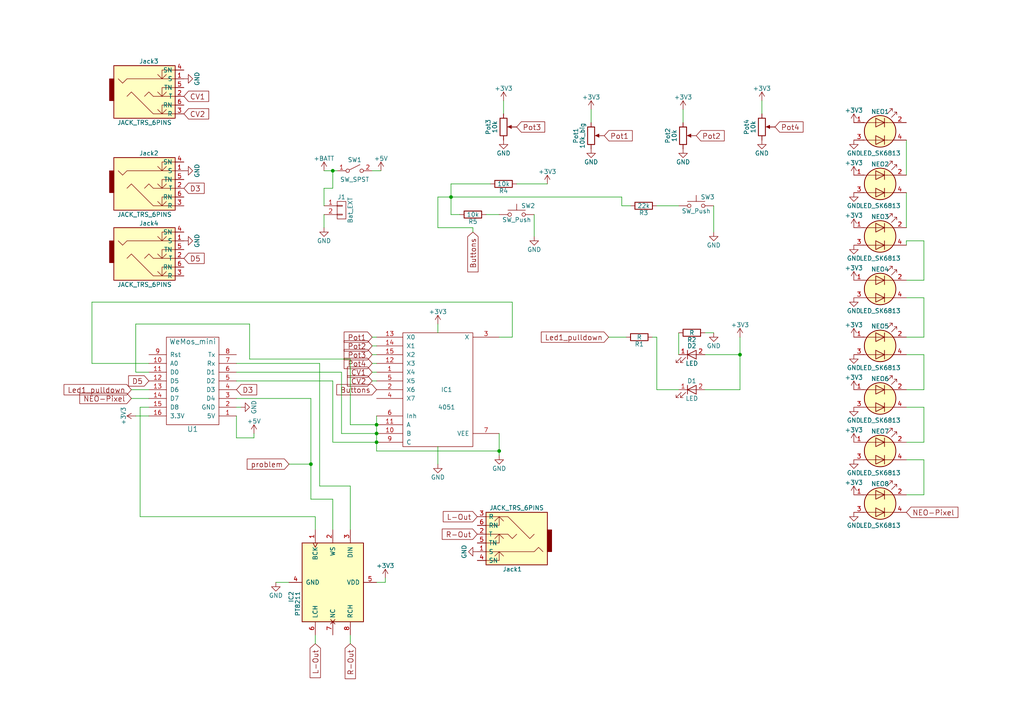
<source format=kicad_sch>
(kicad_sch (version 20230121) (generator eeschema)
  (paper "A4")
  (lib_symbols
    (symbol "ESPTINY86_Mixtape_version2-rescue:+3V3" (power) (pin_names (offset 0))
      (property "Value" "+3V3" (at 0 3.556 0))
      (symbol "+3V3_0_1"
        (polyline (pts (xy -0.762 1.27) (xy 0 2.54)))
        (polyline (pts (xy 0 0) (xy 0 2.54)))
        (polyline (pts (xy 0 2.54) (xy 0.762 1.27)))
      )
      (symbol "+3V3_1_1"
        (pin power_in line (at 0 0 90) (length 0) hide (name "+3V3") (number "1"))
      )
    )
    (symbol "ESPTINY86_Mixtape_version2-rescue:+5V" (power) (pin_names (offset 0))
      (property "Value" "+5V" (at 0 3.556 0))
      (symbol "+5V_0_1"
        (polyline (pts (xy -0.762 1.27) (xy 0 2.54)))
        (polyline (pts (xy 0 0) (xy 0 2.54)))
        (polyline (pts (xy 0 2.54) (xy 0.762 1.27)))
      )
      (symbol "+5V_1_1"
        (pin power_in line (at 0 0 90) (length 0) hide (name "+5V") (number "1"))
      )
    )
    (symbol "ESPTINY86_Mixtape_version2-rescue:+BATT" (power) (pin_names (offset 0))
      (property "Value" "+BATT" (at 0 3.556 0))
      (symbol "+BATT_0_1"
        (polyline (pts (xy -0.762 1.27) (xy 0 2.54)))
        (polyline (pts (xy 0 0) (xy 0 2.54)))
        (polyline (pts (xy 0 2.54) (xy 0.762 1.27)))
      )
      (symbol "+BATT_1_1"
        (pin power_in line (at 0 0 90) (length 0) hide (name "+BATT") (number "1"))
      )
    )
    (symbol "ESPTINY86_Mixtape_version2-rescue:4051" (pin_names (offset 1.016))
      (property "Reference" "U" (at 2.54 0 0))
      (property "Value" "4051" (at 2.54 -5.08 0))
      (symbol "4051_0_0"
        (pin power_in line (at 0 16.51 270) (length 0) hide (name "VDD") (number "16"))
        (pin power_in line (at 0 -16.51 90) (length 0) hide (name "VSS") (number "8"))
      )
      (symbol "4051_0_1"
        (rectangle (start -10.16 16.51) (end 10.16 -16.51))
      )
      (symbol "4051_1_1"
        (pin passive line (at -17.78 5.08 0) (length 7.62) (name "X4") (number "1"))
        (pin input line (at -17.78 -12.7 0) (length 7.62) (name "B") (number "10"))
        (pin input line (at -17.78 -10.16 0) (length 7.62) (name "A") (number "11"))
        (pin passive line (at -17.78 7.62 0) (length 7.62) (name "X3") (number "12"))
        (pin passive line (at -17.78 15.24 0) (length 7.62) (name "X0") (number "13"))
        (pin passive line (at -17.78 12.7 0) (length 7.62) (name "X1") (number "14"))
        (pin passive line (at -17.78 10.16 0) (length 7.62) (name "X2") (number "15"))
        (pin passive line (at -17.78 0 0) (length 7.62) (name "X6") (number "2"))
        (pin passive line (at 17.78 15.24 180) (length 7.62) (name "X") (number "3"))
        (pin passive line (at -17.78 -2.54 0) (length 7.62) (name "X7") (number "4"))
        (pin passive line (at -17.78 2.54 0) (length 7.62) (name "X5") (number "5"))
        (pin input line (at -17.78 -7.62 0) (length 7.62) (name "Inh") (number "6"))
        (pin power_in line (at 17.78 -12.7 180) (length 7.62) (name "VEE") (number "7"))
        (pin input line (at -17.78 -15.24 0) (length 7.62) (name "C") (number "9"))
      )
    )
    (symbol "ESPTINY86_Mixtape_version2-rescue:CONN_01X02" (pin_names (offset 1.016) hide)
      (property "Reference" "J" (at 0 3.81 0))
      (property "Value" "CONN_01X02" (at 2.54 0 90))
      (symbol "CONN_01X02_0_1"
        (rectangle (start -1.27 -1.143) (end 0.254 -1.397))
        (rectangle (start -1.27 1.397) (end 0.254 1.143))
        (rectangle (start -1.27 2.54) (end 1.27 -2.54))
      )
      (symbol "CONN_01X02_1_1"
        (pin passive line (at -5.08 1.27 0) (length 3.81) (name "P1") (number "1"))
        (pin passive line (at -5.08 -1.27 0) (length 3.81) (name "P2") (number "2"))
      )
    )
    (symbol "ESPTINY86_Mixtape_version2-rescue:GND" (power) (pin_names (offset 0))
      (property "Value" "GND" (at 0 -3.81 0))
      (symbol "GND_0_1"
        (polyline (pts (xy 0 0) (xy 0 -1.27) (xy 1.27 -1.27) (xy 0 -2.54) (xy -1.27 -1.27) (xy 0 -1.27)))
      )
      (symbol "GND_1_1"
        (pin power_in line (at 0 0 270) (length 0) hide (name "GND") (number "1"))
      )
    )
    (symbol "ESPTINY86_Mixtape_version2-rescue:JACK_TRS_6PINS" (pin_names (offset 0.762))
      (property "Reference" "J" (at 0 10.16 0))
      (property "Value" "JACK_TRS_6PINS" (at -1.27 -7.62 0))
      (symbol "JACK_TRS_6PINS_0_0"
        (polyline (pts (xy 3.81 -5.08) (xy 3.81 -2.54) (xy 7.62 -2.54)))
        (polyline (pts (xy 3.81 0) (xy 3.81 2.54) (xy 7.62 2.54)))
        (polyline (pts (xy 3.81 5.08) (xy 3.81 7.62) (xy 7.62 7.62)))
        (polyline (pts (xy -8.89 5.08) (xy -7.62 3.81) (xy -6.35 5.08) (xy 7.62 5.08)))
        (polyline (pts (xy -6.35 0) (xy -5.08 1.27) (xy 1.27 -5.08) (xy 7.62 -5.08)))
      )
      (symbol "JACK_TRS_6PINS_0_1"
        (rectangle (start -11.43 5.08) (end -10.16 -1.27) (fill (type outline)))
        (polyline (pts (xy 1.27 0) (xy 7.62 0)))
        (polyline (pts (xy 1.27 0) (xy 0 1.27) (xy -1.27 0) (xy -1.27 0)))
        (polyline (pts (xy 2.54 -3.81) (xy 3.81 -5.08) (xy 5.08 -3.81) (xy 5.08 -3.81)))
        (polyline (pts (xy 2.54 1.27) (xy 3.81 0) (xy 5.08 1.27) (xy 5.08 1.27)))
        (polyline (pts (xy 2.54 6.35) (xy 3.81 5.08) (xy 5.08 6.35) (xy 5.08 6.35)))
        (rectangle (start 7.62 -6.35) (end -10.16 8.89) (stroke (width 0.254)) (fill (type background)))
      )
      (symbol "JACK_TRS_6PINS_1_1"
        (pin passive line (at 10.16 5.08 180) (length 2.54) (name "S") (number "1"))
        (pin passive line (at 10.16 0 180) (length 2.54) (name "T") (number "2"))
        (pin passive line (at 10.16 -5.08 180) (length 2.54) (name "R") (number "3"))
        (pin passive line (at 10.16 7.62 180) (length 2.54) (name "SN") (number "4"))
        (pin passive line (at 10.16 2.54 180) (length 2.54) (name "TN") (number "5"))
        (pin passive line (at 10.16 -2.54 180) (length 2.54) (name "RN") (number "6"))
      )
    )
    (symbol "ESPTINY86_Mixtape_version2-rescue:LED" (pin_names (offset 1.016) hide)
      (property "Reference" "D" (at 0 2.54 0))
      (property "Value" "LED" (at 0 -2.54 0))
      (symbol "LED_0_1"
        (polyline (pts (xy -1.27 -1.27) (xy -1.27 1.27)) (stroke (width 0.2032)))
        (polyline (pts (xy -1.27 0) (xy 1.27 0)))
        (polyline (pts (xy 1.27 -1.27) (xy 1.27 1.27) (xy -1.27 0) (xy 1.27 -1.27)) (stroke (width 0.2032)))
        (polyline (pts (xy -3.048 -0.762) (xy -4.572 -2.286) (xy -3.81 -2.286) (xy -4.572 -2.286) (xy -4.572 -1.524)))
        (polyline (pts (xy -1.778 -0.762) (xy -3.302 -2.286) (xy -2.54 -2.286) (xy -3.302 -2.286) (xy -3.302 -1.524)))
      )
      (symbol "LED_1_1"
        (pin passive line (at -3.81 0 0) (length 2.54) (name "K") (number "1"))
        (pin passive line (at 3.81 0 180) (length 2.54) (name "A") (number "2"))
      )
    )
    (symbol "ESPTINY86_Mixtape_version2-rescue:LED_Dual_ACAC" (pin_names (offset 0) hide)
      (property "Reference" "D" (at 0 5.715 0))
      (property "Value" "LED_Dual_ACAC" (at 0 -6.35 0))
      (symbol "LED_Dual_ACAC_0_1"
        (polyline (pts (xy -5.08 -2.54) (xy 2.032 -2.54)))
        (polyline (pts (xy -5.08 2.54) (xy 2.032 2.54)))
        (polyline (pts (xy 1.27 -1.27) (xy 1.27 -3.81)) (stroke (width 0.2032)))
        (polyline (pts (xy 1.27 3.81) (xy 1.27 1.27)) (stroke (width 0.2032)))
        (polyline (pts (xy 3.81 -2.54) (xy 1.905 -2.54)))
        (polyline (pts (xy 3.81 2.54) (xy 1.905 2.54)))
        (polyline (pts (xy -1.27 -1.27) (xy -1.27 -3.81) (xy 1.27 -2.54) (xy -1.27 -1.27)) (stroke (width 0.2032)))
        (polyline (pts (xy -1.27 3.81) (xy -1.27 1.27) (xy 1.27 2.54) (xy -1.27 3.81)) (stroke (width 0.2032)))
        (polyline (pts (xy 2.032 5.08) (xy 3.556 6.604) (xy 2.794 6.604) (xy 3.556 6.604) (xy 3.556 5.842)))
        (polyline (pts (xy 3.302 4.064) (xy 4.826 5.588) (xy 4.064 5.588) (xy 4.826 5.588) (xy 4.826 4.826)))
        (circle (center 0 0) (radius 4.572) (stroke (width 0.254)) (fill (type background)))
      )
      (symbol "LED_Dual_ACAC_1_1"
        (pin input line (at -7.62 2.54 0) (length 3.048) (name "A1") (number "1"))
        (pin input line (at 7.62 2.54 180) (length 3.81) (name "K1") (number "2"))
        (pin input line (at -7.62 -2.54 0) (length 3.048) (name "A2") (number "3"))
        (pin input line (at 7.62 -2.54 180) (length 3.81) (name "K2") (number "4"))
      )
    )
    (symbol "ESPTINY86_Mixtape_version2-rescue:POT" (pin_numbers hide) (pin_names (offset 1.016) hide)
      (property "Reference" "RV" (at -4.445 0 90))
      (property "Value" "POT" (at -2.54 0 90))
      (symbol "POT_0_1"
        (polyline (pts (xy 2.54 0) (xy 1.524 0)))
        (polyline (pts (xy 1.143 0) (xy 2.286 0.508) (xy 2.286 -0.508)) (fill (type outline)))
        (rectangle (start 1.016 2.54) (end -1.016 -2.54) (stroke (width 0.254)))
      )
      (symbol "POT_1_1"
        (pin passive line (at 0 3.81 270) (length 1.27) (name "1") (number "1"))
        (pin passive line (at 3.81 0 180) (length 1.27) (name "2") (number "2"))
        (pin passive line (at 0 -3.81 90) (length 1.27) (name "3") (number "3"))
      )
    )
    (symbol "ESPTINY86_Mixtape_version2-rescue:PT8211" (pin_names (offset 1.016))
      (property "Reference" "U" (at -2.54 12.065 0))
      (property "Value" "PT8211" (at -2.54 10.16 0))
      (symbol "PT8211_0_1"
        (rectangle (start -11.43 8.89) (end 11.43 -8.89) (stroke (width 0.254)) (fill (type background)))
      )
      (symbol "PT8211_1_1"
        (pin output clock (at 15.24 5.08 180) (length 3.81) (name "BCK") (number "1"))
        (pin input line (at 15.24 0 180) (length 3.81) (name "WS") (number "2"))
        (pin input line (at 15.24 -5.08 180) (length 3.81) (name "DIN") (number "3"))
        (pin power_in line (at 0 12.7 270) (length 3.81) (name "GND") (number "4"))
        (pin power_in line (at 0 -12.7 90) (length 3.81) (name "VDD") (number "5"))
        (pin input line (at -15.24 5.08 0) (length 3.81) (name "LCH") (number "6"))
        (pin input non_logic (at -15.24 0 0) (length 3.81) (name "NC") (number "7"))
        (pin input line (at -15.24 -5.08 0) (length 3.81) (name "RCH") (number "8"))
      )
    )
    (symbol "ESPTINY86_Mixtape_version2-rescue:R" (pin_numbers hide) (pin_names (offset 0))
      (property "Reference" "R" (at 2.032 0 90))
      (property "Value" "R" (at 0 0 90))
      (symbol "R_0_1"
        (rectangle (start -1.016 -2.54) (end 1.016 2.54) (stroke (width 0.254)))
      )
      (symbol "R_1_1"
        (pin passive line (at 0 3.81 270) (length 1.27) (name "~") (number "1"))
        (pin passive line (at 0 -3.81 90) (length 1.27) (name "~") (number "2"))
      )
    )
    (symbol "ESPTINY86_Mixtape_version2-rescue:SW_Push" (pin_numbers hide) (pin_names (offset 1.016) hide)
      (property "Reference" "SW" (at 1.27 2.54 0))
      (property "Value" "SW_Push" (at 0 -1.524 0))
      (symbol "SW_Push_0_1"
        (circle (center -2.032 0) (radius 0.508))
        (polyline (pts (xy 0 1.27) (xy 0 3.048)))
        (polyline (pts (xy 2.54 1.27) (xy -2.54 1.27)))
        (circle (center 2.032 0) (radius 0.508))
        (pin passive line (at -5.08 0 0) (length 2.54) (name "1") (number "1"))
        (pin passive line (at 5.08 0 180) (length 2.54) (name "2") (number "2"))
      )
    )
    (symbol "ESPTINY86_Mixtape_version2-rescue:SW_SPST" (pin_names (offset 0) hide)
      (property "Reference" "SW" (at 0 3.175 0))
      (property "Value" "SW_SPST" (at 0 -2.54 0))
      (symbol "SW_SPST_0_0"
        (circle (center -2.032 0) (radius 0.508))
        (polyline (pts (xy -1.524 0.254) (xy 1.524 1.778)))
        (circle (center 2.032 0) (radius 0.508))
      )
      (symbol "SW_SPST_1_1"
        (pin input line (at -5.08 0 0) (length 2.54) (name "A") (number "1"))
        (pin input line (at 5.08 0 180) (length 2.54) (name "B") (number "2"))
      )
    )
    (symbol "wemos_mini:WeMos_mini" (pin_names (offset 1.016))
      (property "Reference" "U" (at 0 12.7 0))
      (property "Value" "WeMos_mini" (at 0 -12.7 0))
      (property "Datasheet" "http://www.wemos.cc/Products/d1_mini.html" (at 13.97 -17.78 0))
      (symbol "WeMos_mini_0_1"
        (rectangle (start -7.62 11.43) (end 7.62 -13.97))
      )
      (symbol "WeMos_mini_1_1"
        (pin power_in line (at -12.7 8.89 0) (length 5.08) (name "5V") (number "1"))
        (pin bidirectional line (at 12.7 -6.35 180) (length 5.08) (name "A0") (number "10"))
        (pin bidirectional line (at 12.7 -3.81 180) (length 5.08) (name "D0") (number "11"))
        (pin bidirectional line (at 12.7 -1.27 180) (length 5.08) (name "D5") (number "12"))
        (pin bidirectional line (at 12.7 1.27 180) (length 5.08) (name "D6") (number "13"))
        (pin bidirectional line (at 12.7 3.81 180) (length 5.08) (name "D7") (number "14"))
        (pin bidirectional line (at 12.7 6.35 180) (length 5.08) (name "D8") (number "15"))
        (pin power_out line (at 12.7 8.89 180) (length 5.08) (name "3.3V") (number "16"))
        (pin power_in line (at -12.7 6.35 0) (length 5.08) (name "GND") (number "2"))
        (pin bidirectional line (at -12.7 3.81 0) (length 5.08) (name "D4") (number "3"))
        (pin bidirectional line (at -12.7 1.27 0) (length 5.08) (name "D3") (number "4"))
        (pin bidirectional line (at -12.7 -1.27 0) (length 5.08) (name "D2") (number "5"))
        (pin bidirectional line (at -12.7 -3.81 0) (length 5.08) (name "D1") (number "6"))
        (pin bidirectional line (at -12.7 -6.35 0) (length 5.08) (name "Rx") (number "7"))
        (pin bidirectional line (at -12.7 -8.89 0) (length 5.08) (name "Tx") (number "8"))
        (pin bidirectional line (at 12.7 -8.89 180) (length 5.08) (name "Rst") (number "9"))
      )
    )
  )
  (junction (at 109.22 125.73))
  (junction (at 96.52 49.53))
  (junction (at 144.78 130.81))
  (junction (at 214.63 102.87))
  (junction (at 130.81 57.15))
  (junction (at 90.17 134.62))
  (junction (at 109.22 128.27))
  (junction (at 109.22 123.19))
  (wire (pts (xy 214.63 113.03) (xy 204.47 113.03)))
  (wire (pts (xy 127 96.52) (xy 127 93.98)))
  (wire (pts (xy 144.78 62.23) (xy 140.97 62.23)))
  (wire (pts (xy 109.22 102.87) (xy 107.95 102.87)))
  (wire (pts (xy 198.12 31.75) (xy 198.12 35.56)))
  (wire (pts (xy 38.1 115.57) (xy 43.18 115.57)))
  (wire (pts (xy 144.78 130.81) (xy 144.78 132.08)))
  (wire (pts (xy 180.34 57.15) (xy 180.34 59.69)))
  (wire (pts (xy 83.82 168.91) (xy 80.01 168.91)))
  (wire (pts (xy 144.78 125.73) (xy 144.78 130.81)))
  (wire (pts (xy 171.45 31.75) (xy 171.45 35.56)))
  (wire (pts (xy 267.97 133.35) (xy 262.89 133.35)))
  (wire (pts (xy 107.95 49.53) (xy 110.49 49.53)))
  (wire (pts (xy 262.89 128.27) (xy 267.97 128.27)))
  (wire (pts (xy 109.22 100.33) (xy 107.95 100.33)))
  (wire (pts (xy 267.97 69.85) (xy 262.89 69.85)))
  (wire (pts (xy 127 57.15) (xy 130.81 57.15)))
  (wire (pts (xy 68.58 120.65) (xy 68.58 127)))
  (wire (pts (xy 154.94 62.23) (xy 154.94 68.58)))
  (wire (pts (xy 109.22 125.73) (xy 99.06 125.73)))
  (wire (pts (xy 101.6 123.19) (xy 101.6 104.14)))
  (wire (pts (xy 72.39 104.14) (xy 72.39 93.98)))
  (wire (pts (xy 262.89 113.03) (xy 267.97 113.03)))
  (wire (pts (xy 267.97 81.28) (xy 267.97 69.85)))
  (wire (pts (xy 144.78 97.79) (xy 148.59 97.79)))
  (wire (pts (xy 93.98 54.61) (xy 96.52 54.61)))
  (wire (pts (xy 267.97 86.36) (xy 262.89 86.36)))
  (wire (pts (xy 68.58 118.11) (xy 69.85 118.11)))
  (wire (pts (xy 68.58 110.49) (xy 96.52 110.49)))
  (wire (pts (xy 40.64 118.11) (xy 40.64 149.86)))
  (wire (pts (xy 72.39 93.98) (xy 39.37 93.98)))
  (wire (pts (xy 196.85 102.87) (xy 196.85 96.52)))
  (wire (pts (xy 190.5 97.79) (xy 189.23 97.79)))
  (wire (pts (xy 39.37 93.98) (xy 39.37 107.95)))
  (wire (pts (xy 267.97 143.51) (xy 267.97 133.35)))
  (wire (pts (xy 83.82 134.62) (xy 90.17 134.62)))
  (wire (pts (xy 96.52 54.61) (xy 96.52 49.53)))
  (wire (pts (xy 109.22 168.91) (xy 111.76 168.91)))
  (wire (pts (xy 26.67 105.41) (xy 43.18 105.41)))
  (wire (pts (xy 181.61 97.79) (xy 176.53 97.79)))
  (wire (pts (xy 127 134.62) (xy 127 129.54)))
  (wire (pts (xy 190.5 59.69) (xy 196.85 59.69)))
  (wire (pts (xy 43.18 120.65) (xy 39.37 120.65)))
  (wire (pts (xy 90.17 115.57) (xy 90.17 134.62)))
  (wire (pts (xy 107.95 107.95) (xy 109.22 107.95)))
  (wire (pts (xy 96.52 128.27) (xy 96.52 110.49)))
  (wire (pts (xy 180.34 59.69) (xy 182.88 59.69)))
  (wire (pts (xy 91.44 149.86) (xy 40.64 149.86)))
  (wire (pts (xy 130.81 53.34) (xy 142.24 53.34)))
  (wire (pts (xy 109.22 123.19) (xy 101.6 123.19)))
  (wire (pts (xy 109.22 105.41) (xy 107.95 105.41)))
  (wire (pts (xy 93.98 62.23) (xy 93.98 66.04)))
  (wire (pts (xy 93.98 49.53) (xy 96.52 49.53)))
  (wire (pts (xy 101.6 184.15) (xy 101.6 186.69)))
  (wire (pts (xy 92.71 140.97) (xy 92.71 105.41)))
  (wire (pts (xy 68.58 115.57) (xy 90.17 115.57)))
  (wire (pts (xy 267.97 118.11) (xy 262.89 118.11)))
  (wire (pts (xy 68.58 107.95) (xy 99.06 107.95)))
  (wire (pts (xy 68.58 105.41) (xy 92.71 105.41)))
  (wire (pts (xy 262.89 40.64) (xy 262.89 50.8)))
  (wire (pts (xy 96.52 144.78) (xy 90.17 144.78)))
  (wire (pts (xy 267.97 102.87) (xy 262.89 102.87)))
  (wire (pts (xy 220.98 29.21) (xy 220.98 33.02)))
  (wire (pts (xy 267.97 128.27) (xy 267.97 118.11)))
  (wire (pts (xy 130.81 57.15) (xy 180.34 57.15)))
  (wire (pts (xy 96.52 49.53) (xy 97.79 49.53)))
  (wire (pts (xy 109.22 125.73) (xy 109.22 128.27)))
  (wire (pts (xy 148.59 87.63) (xy 26.67 87.63)))
  (wire (pts (xy 109.22 128.27) (xy 96.52 128.27)))
  (wire (pts (xy 101.6 153.67) (xy 101.6 140.97)))
  (wire (pts (xy 39.37 107.95) (xy 43.18 107.95)))
  (wire (pts (xy 127 66.04) (xy 127 57.15)))
  (wire (pts (xy 267.97 97.79) (xy 267.97 86.36)))
  (wire (pts (xy 130.81 53.34) (xy 130.81 57.15)))
  (wire (pts (xy 262.89 97.79) (xy 267.97 97.79)))
  (wire (pts (xy 214.63 102.87) (xy 214.63 113.03)))
  (wire (pts (xy 207.01 59.69) (xy 207.01 67.31)))
  (wire (pts (xy 204.47 102.87) (xy 214.63 102.87)))
  (wire (pts (xy 109.22 128.27) (xy 109.22 130.81)))
  (wire (pts (xy 262.89 66.04) (xy 262.89 55.88)))
  (wire (pts (xy 148.59 97.79) (xy 148.59 87.63)))
  (wire (pts (xy 40.64 118.11) (xy 43.18 118.11)))
  (wire (pts (xy 43.18 113.03) (xy 38.1 113.03)))
  (wire (pts (xy 109.22 130.81) (xy 144.78 130.81)))
  (wire (pts (xy 109.22 120.65) (xy 109.22 123.19)))
  (wire (pts (xy 262.89 81.28) (xy 267.97 81.28)))
  (wire (pts (xy 137.16 66.04) (xy 127 66.04)))
  (wire (pts (xy 111.76 168.91) (xy 111.76 167.64)))
  (wire (pts (xy 262.89 143.51) (xy 267.97 143.51)))
  (wire (pts (xy 149.86 53.34) (xy 158.75 53.34)))
  (wire (pts (xy 130.81 62.23) (xy 133.35 62.23)))
  (wire (pts (xy 137.16 66.04) (xy 137.16 67.31)))
  (wire (pts (xy 267.97 113.03) (xy 267.97 102.87)))
  (wire (pts (xy 109.22 97.79) (xy 107.95 97.79)))
  (wire (pts (xy 96.52 153.67) (xy 96.52 144.78)))
  (wire (pts (xy 107.95 110.49) (xy 109.22 110.49)))
  (wire (pts (xy 73.66 127) (xy 73.66 125.73)))
  (wire (pts (xy 130.81 57.15) (xy 130.81 62.23)))
  (wire (pts (xy 26.67 87.63) (xy 26.67 105.41)))
  (wire (pts (xy 99.06 125.73) (xy 99.06 107.95)))
  (wire (pts (xy 146.05 29.21) (xy 146.05 33.02)))
  (wire (pts (xy 214.63 97.79) (xy 214.63 102.87)))
  (wire (pts (xy 101.6 140.97) (xy 92.71 140.97)))
  (wire (pts (xy 68.58 127) (xy 73.66 127)))
  (wire (pts (xy 90.17 134.62) (xy 90.17 144.78)))
  (wire (pts (xy 91.44 153.67) (xy 91.44 149.86)))
  (wire (pts (xy 101.6 104.14) (xy 72.39 104.14)))
  (wire (pts (xy 91.44 184.15) (xy 91.44 186.69)))
  (wire (pts (xy 262.89 69.85) (xy 262.89 71.12)))
  (wire (pts (xy 196.85 113.03) (xy 190.5 113.03)))
  (wire (pts (xy 207.01 96.52) (xy 204.47 96.52)))
  (wire (pts (xy 109.22 123.19) (xy 109.22 125.73)))
  (wire (pts (xy 190.5 113.03) (xy 190.5 97.79)))
  (wire (pts (xy 93.98 59.69) (xy 93.98 54.61)))
  (global_label "Led1_pulldown" (shape input) (at 176.53 97.79 180) (effects (font (size 1.524 1.524))) (property "Intersheetrefs" "${INTERSHEET_REFS}" (effects hide)))
  (global_label "CV2" (shape input) (at 107.95 110.49 180) (effects (font (size 1.524 1.524))) (property "Intersheetrefs" "${INTERSHEET_REFS}" (effects hide)))
  (global_label "Pot1" (shape input) (at 175.26 39.37 0) (effects (font (size 1.524 1.524))) (property "Intersheetrefs" "${INTERSHEET_REFS}" (effects hide)))
  (global_label "R-Out" (shape input) (at 138.43 154.94 180) (effects (font (size 1.524 1.524))) (property "Intersheetrefs" "${INTERSHEET_REFS}" (effects hide)))
  (global_label "Pot2" (shape input) (at 107.95 100.33 180) (effects (font (size 1.524 1.524))) (property "Intersheetrefs" "${INTERSHEET_REFS}" (effects hide)))
  (global_label "NEO-Pixel" (shape input) (at 38.1 115.57 180) (effects (font (size 1.524 1.524))) (property "Intersheetrefs" "${INTERSHEET_REFS}" (effects hide)))
  (global_label "Pot4" (shape input) (at 224.79 36.83 0) (effects (font (size 1.524 1.524))) (property "Intersheetrefs" "${INTERSHEET_REFS}" (effects hide)))
  (global_label "Pot2" (shape input) (at 201.93 39.37 0) (effects (font (size 1.524 1.524))) (property "Intersheetrefs" "${INTERSHEET_REFS}" (effects hide)))
  (global_label "Led1_pulldown" (shape input) (at 38.1 113.03 180) (effects (font (size 1.524 1.524))) (property "Intersheetrefs" "${INTERSHEET_REFS}" (effects hide)))
  (global_label "Buttons" (shape input) (at 109.22 113.03 180) (effects (font (size 1.524 1.524))) (property "Intersheetrefs" "${INTERSHEET_REFS}" (effects hide)))
  (global_label "CV1" (shape input) (at 53.34 27.94 0) (effects (font (size 1.524 1.524))) (property "Intersheetrefs" "${INTERSHEET_REFS}" (effects hide)))
  (global_label "Pot4" (shape input) (at 107.95 105.41 180) (effects (font (size 1.524 1.524))) (property "Intersheetrefs" "${INTERSHEET_REFS}" (effects hide)))
  (global_label "Pot1" (shape input) (at 107.95 97.79 180) (effects (font (size 1.524 1.524))) (property "Intersheetrefs" "${INTERSHEET_REFS}" (effects hide)))
  (global_label "CV2" (shape input) (at 53.34 33.02 0) (effects (font (size 1.524 1.524))) (property "Intersheetrefs" "${INTERSHEET_REFS}" (effects hide)))
  (global_label "L-Out" (shape input) (at 91.44 186.69 270) (effects (font (size 1.524 1.524))) (property "Intersheetrefs" "${INTERSHEET_REFS}" (effects hide)))
  (global_label "L-Out" (shape input) (at 138.43 149.86 180) (effects (font (size 1.524 1.524))) (property "Intersheetrefs" "${INTERSHEET_REFS}" (effects hide)))
  (global_label "problem" (shape input) (at 83.82 134.62 180) (effects (font (size 1.524 1.524))) (property "Intersheetrefs" "${INTERSHEET_REFS}" (effects hide)))
  (global_label "D3" (shape input) (at 53.34 54.61 0) (effects (font (size 1.524 1.524))) (property "Intersheetrefs" "${INTERSHEET_REFS}" (effects hide)))
  (global_label "Pot3" (shape input) (at 149.86 36.83 0) (effects (font (size 1.524 1.524))) (property "Intersheetrefs" "${INTERSHEET_REFS}" (effects hide)))
  (global_label "D5" (shape input) (at 43.18 110.49 180) (effects (font (size 1.524 1.524))) (property "Intersheetrefs" "${INTERSHEET_REFS}" (effects hide)))
  (global_label "NEO-Pixel" (shape input) (at 262.89 148.59 0) (effects (font (size 1.524 1.524))) (property "Intersheetrefs" "${INTERSHEET_REFS}" (effects hide)))
  (global_label "Pot3" (shape input) (at 107.95 102.87 180) (effects (font (size 1.524 1.524))) (property "Intersheetrefs" "${INTERSHEET_REFS}" (effects hide)))
  (global_label "D3" (shape input) (at 68.58 113.03 0) (effects (font (size 1.524 1.524))) (property "Intersheetrefs" "${INTERSHEET_REFS}" (effects hide)))
  (global_label "D5" (shape input) (at 53.34 74.93 0) (effects (font (size 1.524 1.524))) (property "Intersheetrefs" "${INTERSHEET_REFS}" (effects hide)))
  (global_label "CV1" (shape input) (at 107.95 107.95 180) (effects (font (size 1.524 1.524))) (property "Intersheetrefs" "${INTERSHEET_REFS}" (effects hide)))
  (global_label "R-Out" (shape input) (at 101.6 186.69 270) (effects (font (size 1.524 1.524))) (property "Intersheetrefs" "${INTERSHEET_REFS}" (effects hide)))
  (global_label "Buttons" (shape input) (at 137.16 67.31 270) (effects (font (size 1.524 1.524))) (property "Intersheetrefs" "${INTERSHEET_REFS}" (effects hide)))
  (symbol (lib_id "ESPTINY86_Mixtape_version2-rescue:JACK_TRS_6PINS") (at 148.59 154.94 180) (unit 1)
    (property "Reference" "Jack1" (at 148.59 165.1 0))
    (property "Value" "JACK_TRS_6PINS" (at 149.86 147.32 0))
    (property "Footprint" "ESPTINY86_MixtapePCB:AUDIO-Jack_3.5mm_5Pin" (effects hide))
  )
  (symbol (lib_id "ESPTINY86_Mixtape_version2-rescue:4051") (at 127 113.03 0) (unit 1)
    (property "Reference" "IC1" (at 129.54 113.03 0))
    (property "Value" "4051" (at 129.54 118.11 0))
    (property "Footprint" "ESPTINY86_MixtapePCB:4xxx_SOIC-16W_Pitch1.27mm" (effects hide))
  )
  (symbol (lib_id "ESPTINY86_Mixtape_version2-rescue:POT") (at 171.45 39.37 0) (unit 1)
    (property "Reference" "Pot1" (at 167.005 39.37 90))
    (property "Value" "10k_big" (at 168.91 39.37 90))
    (property "Footprint" "ESPTINY86_MixtapePCB:Potentiometer_Piher_T16L_Single_Horizontal_MountLS" (effects hide))
  )
  (symbol (lib_id "ESPTINY86_Mixtape_version2-rescue:POT") (at 198.12 39.37 0) (unit 1)
    (property "Reference" "Pot2" (at 193.675 39.37 90))
    (property "Value" "10k" (at 195.58 39.37 90))
    (property "Footprint" "ESPTINY86_MixtapePCB:Potentiometer_Piher_T16L_Single_Horizontal_MountLS" (effects hide))
  )
  (symbol (lib_id "ESPTINY86_Mixtape_version2-rescue:POT") (at 146.05 36.83 0) (unit 1)
    (property "Reference" "Pot3" (at 141.605 36.83 90))
    (property "Value" "10k" (at 143.51 36.83 90))
    (property "Footprint" "ESPTINY86_MixtapePCB:Potentiometer_wheel" (effects hide))
  )
  (symbol (lib_id "ESPTINY86_Mixtape_version2-rescue:POT") (at 220.98 36.83 0) (unit 1)
    (property "Reference" "Pot4" (at 216.535 36.83 90))
    (property "Value" "10k" (at 218.44 36.83 90))
    (property "Footprint" "ESPTINY86_MixtapePCB:Potentiometer_wheel" (effects hide))
  )
  (symbol (lib_id "ESPTINY86_Mixtape_version2-rescue:JACK_TRS_6PINS") (at 43.18 54.61 0) (unit 1)
    (property "Reference" "Jack2" (at 43.18 44.45 0))
    (property "Value" "JACK_TRS_6PINS" (at 41.91 62.23 0))
    (property "Footprint" "ESPTINY86_MixtapePCB:AUDIO-JACK-3.5mm_SMD" (effects hide))
  )
  (symbol (lib_id "ESPTINY86_Mixtape_version2-rescue:JACK_TRS_6PINS") (at 43.18 27.94 0) (unit 1)
    (property "Reference" "Jack3" (at 43.18 17.78 0))
    (property "Value" "JACK_TRS_6PINS" (at 41.91 35.56 0))
    (property "Footprint" "ESPTINY86_MixtapePCB:AUDIO-Jack_3.5mm_5Pin" (effects hide))
  )
  (symbol (lib_id "ESPTINY86_Mixtape_version2-rescue:SW_Push") (at 149.86 62.23 0) (unit 1)
    (property "Reference" "SW2" (at 151.13 59.69 0) (effects (justify left)))
    (property "Value" "SW_Push" (at 149.86 63.754 0))
    (property "Footprint" "ESPTINY86_MixtapePCB:SW_PUSH-12mm_3D" (effects hide))
  )
  (symbol (lib_id "ESPTINY86_Mixtape_version2-rescue:SW_Push") (at 201.93 59.69 0) (unit 1)
    (property "Reference" "SW3" (at 203.2 57.15 0) (effects (justify left)))
    (property "Value" "SW_Push" (at 201.93 61.214 0))
    (property "Footprint" "ESPTINY86_MixtapePCB:SW_PUSH-12mm_3D" (effects hide))
  )
  (symbol (lib_id "ESPTINY86_Mixtape_version2-rescue:R") (at 185.42 97.79 270) (unit 1)
    (property "Reference" "R1" (at 185.42 99.822 90))
    (property "Value" "R" (at 185.42 97.79 90))
    (property "Footprint" "ESPTINY86_MixtapePCB:R_1206_Mixtape" (effects hide))
  )
  (symbol (lib_id "ESPTINY86_Mixtape_version2-rescue:GND") (at 144.78 132.08 0) (unit 1)
    (property "Reference" "#PWR01" (effects hide))
    (property "Value" "GND" (at 144.78 135.89 0))
  )
  (symbol (lib_id "ESPTINY86_Mixtape_version2-rescue:+3V3") (at 198.12 31.75 0) (unit 1)
    (property "Reference" "#PWR02" (effects hide))
    (property "Value" "+3V3" (at 198.12 28.194 0))
  )
  (symbol (lib_id "ESPTINY86_Mixtape_version2-rescue:+3V3") (at 146.05 29.21 0) (unit 1)
    (property "Reference" "#PWR03" (effects hide))
    (property "Value" "+3V3" (at 146.05 25.654 0))
  )
  (symbol (lib_id "ESPTINY86_Mixtape_version2-rescue:+3V3") (at 220.98 29.21 0) (unit 1)
    (property "Reference" "#PWR04" (effects hide))
    (property "Value" "+3V3" (at 220.98 25.654 0))
  )
  (symbol (lib_id "ESPTINY86_Mixtape_version2-rescue:+3V3") (at 158.75 53.34 0) (unit 1)
    (property "Reference" "#PWR05" (effects hide))
    (property "Value" "+3V3" (at 158.75 49.784 0))
  )
  (symbol (lib_id "ESPTINY86_Mixtape_version2-rescue:GND") (at 198.12 43.18 0) (unit 1)
    (property "Reference" "#PWR06" (effects hide))
    (property "Value" "GND" (at 198.12 46.99 0))
  )
  (symbol (lib_id "ESPTINY86_Mixtape_version2-rescue:GND") (at 171.45 43.18 0) (unit 1)
    (property "Reference" "#PWR07" (effects hide))
    (property "Value" "GND" (at 171.45 46.99 0))
  )
  (symbol (lib_id "ESPTINY86_Mixtape_version2-rescue:GND") (at 220.98 40.64 0) (unit 1)
    (property "Reference" "#PWR08" (effects hide))
    (property "Value" "GND" (at 220.98 44.45 0))
  )
  (symbol (lib_id "ESPTINY86_Mixtape_version2-rescue:GND") (at 146.05 40.64 0) (unit 1)
    (property "Reference" "#PWR09" (effects hide))
    (property "Value" "GND" (at 146.05 44.45 0))
  )
  (symbol (lib_id "ESPTINY86_Mixtape_version2-rescue:+3V3") (at 214.63 97.79 0) (unit 1)
    (property "Reference" "#PWR010" (effects hide))
    (property "Value" "+3V3" (at 214.63 94.234 0))
  )
  (symbol (lib_id "ESPTINY86_Mixtape_version2-rescue:GND") (at 53.34 22.86 90) (unit 1)
    (property "Reference" "#PWR011" (effects hide))
    (property "Value" "GND" (at 57.15 22.86 0))
  )
  (symbol (lib_id "ESPTINY86_Mixtape_version2-rescue:GND") (at 53.34 49.53 90) (unit 1)
    (property "Reference" "#PWR012" (effects hide))
    (property "Value" "GND" (at 57.15 49.53 0))
  )
  (symbol (lib_id "ESPTINY86_Mixtape_version2-rescue:GND") (at 154.94 68.58 0) (unit 1)
    (property "Reference" "#PWR013" (effects hide))
    (property "Value" "GND" (at 154.94 72.39 0))
  )
  (symbol (lib_id "ESPTINY86_Mixtape_version2-rescue:GND") (at 207.01 67.31 0) (unit 1)
    (property "Reference" "#PWR014" (effects hide))
    (property "Value" "GND" (at 207.01 71.12 0))
  )
  (symbol (lib_id "ESPTINY86_Mixtape_version2-rescue:+3V3") (at 127 93.98 0) (unit 1)
    (property "Reference" "#PWR015" (effects hide))
    (property "Value" "+3V3" (at 127 90.424 0))
  )
  (symbol (lib_id "ESPTINY86_Mixtape_version2-rescue:GND") (at 127 134.62 0) (unit 1)
    (property "Reference" "#PWR016" (effects hide))
    (property "Value" "GND" (at 127 138.43 0))
  )
  (symbol (lib_id "ESPTINY86_Mixtape_version2-rescue:+3V3") (at 39.37 120.65 90) (unit 1)
    (property "Reference" "#PWR017" (effects hide))
    (property "Value" "+3V3" (at 35.814 120.65 0))
  )
  (symbol (lib_id "ESPTINY86_Mixtape_version2-rescue:GND") (at 69.85 118.11 90) (unit 1)
    (property "Reference" "#PWR018" (effects hide))
    (property "Value" "GND" (at 73.66 118.11 0))
  )
  (symbol (lib_id "ESPTINY86_Mixtape_version2-rescue:GND") (at 80.01 168.91 0) (unit 1)
    (property "Reference" "#PWR019" (effects hide))
    (property "Value" "GND" (at 80.01 172.72 0))
  )
  (symbol (lib_id "ESPTINY86_Mixtape_version2-rescue:+3V3") (at 111.76 167.64 0) (unit 1)
    (property "Reference" "#PWR020" (effects hide))
    (property "Value" "+3V3" (at 111.76 164.084 0))
  )
  (symbol (lib_id "ESPTINY86_Mixtape_version2-rescue:GND") (at 138.43 160.02 270) (unit 1)
    (property "Reference" "#PWR021" (effects hide))
    (property "Value" "GND" (at 134.62 160.02 0))
  )
  (symbol (lib_id "wemos_mini:WeMos_mini") (at 55.88 111.76 180) (unit 1)
    (property "Reference" "U1" (at 55.88 124.46 0) (effects (font (size 1.524 1.524))))
    (property "Value" "WeMos_mini" (at 55.88 99.06 0) (effects (font (size 1.524 1.524))))
    (property "Footprint" "ESPTINY86_MixtapePCB:WeMOS_ESP" (effects hide))
  )
  (symbol (lib_id "ESPTINY86_Mixtape_version2-rescue:LED_Dual_ACAC") (at 255.27 146.05 0) (unit 1)
    (property "Reference" "NEO8" (at 255.27 140.335 0))
    (property "Value" "LED_SK6813" (at 255.27 152.4 0))
    (property "Footprint" "ESPTINY86_MixtapePCB:Mixtape_NEO_WS2812B" (effects hide))
  )
  (symbol (lib_id "ESPTINY86_Mixtape_version2-rescue:GND") (at 247.65 148.59 0) (unit 1)
    (property "Reference" "#PWR024" (effects hide))
    (property "Value" "GND" (at 247.65 152.4 0))
  )
  (symbol (lib_id "ESPTINY86_Mixtape_version2-rescue:SW_SPST") (at 102.87 49.53 0) (unit 1)
    (property "Reference" "SW1" (at 102.87 46.355 0))
    (property "Value" "SW_SPST" (at 102.87 52.07 0))
    (property "Footprint" "ESPTINY86_MixtapePCB:Push_SWITCH_hole" (effects hide))
  )
  (symbol (lib_id "ESPTINY86_Mixtape_version2-rescue:+BATT") (at 93.98 49.53 0) (unit 1)
    (property "Reference" "#PWR022" (effects hide))
    (property "Value" "+BATT" (at 93.98 45.974 0))
  )
  (symbol (lib_id "ESPTINY86_Mixtape_version2-rescue:+3V3") (at 247.65 143.51 0) (unit 1)
    (property "Reference" "#PWR025" (effects hide))
    (property "Value" "+3V3" (at 247.65 139.954 0))
  )
  (symbol (lib_id "ESPTINY86_Mixtape_version2-rescue:LED_Dual_ACAC") (at 255.27 130.81 0) (unit 1)
    (property "Reference" "NEO7" (at 255.27 125.095 0))
    (property "Value" "LED_SK6813" (at 255.27 137.16 0))
    (property "Footprint" "ESPTINY86_MixtapePCB:Mixtape_NEO_WS2812B" (effects hide))
  )
  (symbol (lib_id "ESPTINY86_Mixtape_version2-rescue:GND") (at 247.65 133.35 0) (unit 1)
    (property "Reference" "#PWR026" (effects hide))
    (property "Value" "GND" (at 247.65 137.16 0))
  )
  (symbol (lib_id "ESPTINY86_Mixtape_version2-rescue:+3V3") (at 247.65 128.27 0) (unit 1)
    (property "Reference" "#PWR027" (effects hide))
    (property "Value" "+3V3" (at 247.65 124.714 0))
  )
  (symbol (lib_id "ESPTINY86_Mixtape_version2-rescue:LED_Dual_ACAC") (at 255.27 115.57 0) (unit 1)
    (property "Reference" "NEO6" (at 255.27 109.855 0))
    (property "Value" "LED_SK6813" (at 255.27 121.92 0))
    (property "Footprint" "ESPTINY86_MixtapePCB:Mixtape_NEO_WS2812B" (effects hide))
  )
  (symbol (lib_id "ESPTINY86_Mixtape_version2-rescue:GND") (at 247.65 118.11 0) (unit 1)
    (property "Reference" "#PWR028" (effects hide))
    (property "Value" "GND" (at 247.65 121.92 0))
  )
  (symbol (lib_id "ESPTINY86_Mixtape_version2-rescue:+3V3") (at 247.65 113.03 0) (unit 1)
    (property "Reference" "#PWR029" (effects hide))
    (property "Value" "+3V3" (at 247.65 109.474 0))
  )
  (symbol (lib_id "ESPTINY86_Mixtape_version2-rescue:LED_Dual_ACAC") (at 255.27 100.33 0) (unit 1)
    (property "Reference" "NEO5" (at 255.27 94.615 0))
    (property "Value" "LED_SK6813" (at 255.27 106.68 0))
    (property "Footprint" "ESPTINY86_MixtapePCB:Mixtape_NEO_WS2812B" (effects hide))
  )
  (symbol (lib_id "ESPTINY86_Mixtape_version2-rescue:GND") (at 247.65 102.87 0) (unit 1)
    (property "Reference" "#PWR030" (effects hide))
    (property "Value" "GND" (at 247.65 106.68 0))
  )
  (symbol (lib_id "ESPTINY86_Mixtape_version2-rescue:+3V3") (at 247.65 97.79 0) (unit 1)
    (property "Reference" "#PWR031" (effects hide))
    (property "Value" "+3V3" (at 247.65 94.234 0))
  )
  (symbol (lib_id "ESPTINY86_Mixtape_version2-rescue:LED_Dual_ACAC") (at 255.27 83.82 0) (unit 1)
    (property "Reference" "NEO4" (at 255.27 78.105 0))
    (property "Value" "LED_SK6813" (at 255.27 90.17 0))
    (property "Footprint" "ESPTINY86_MixtapePCB:Mixtape_NEO_WS2812B" (effects hide))
  )
  (symbol (lib_id "ESPTINY86_Mixtape_version2-rescue:GND") (at 247.65 86.36 0) (unit 1)
    (property "Reference" "#PWR032" (effects hide))
    (property "Value" "GND" (at 247.65 90.17 0))
  )
  (symbol (lib_id "ESPTINY86_Mixtape_version2-rescue:+3V3") (at 247.65 81.28 0) (unit 1)
    (property "Reference" "#PWR033" (effects hide))
    (property "Value" "+3V3" (at 247.65 77.724 0))
  )
  (symbol (lib_id "ESPTINY86_Mixtape_version2-rescue:LED_Dual_ACAC") (at 255.27 68.58 0) (unit 1)
    (property "Reference" "NEO3" (at 255.27 62.865 0))
    (property "Value" "LED_SK6813" (at 255.27 74.93 0))
    (property "Footprint" "ESPTINY86_MixtapePCB:Mixtape_NEO_WS2812B" (effects hide))
  )
  (symbol (lib_id "ESPTINY86_Mixtape_version2-rescue:GND") (at 247.65 71.12 0) (unit 1)
    (property "Reference" "#PWR034" (effects hide))
    (property "Value" "GND" (at 247.65 74.93 0))
  )
  (symbol (lib_id "ESPTINY86_Mixtape_version2-rescue:+3V3") (at 247.65 66.04 0) (unit 1)
    (property "Reference" "#PWR035" (effects hide))
    (property "Value" "+3V3" (at 247.65 62.484 0))
  )
  (symbol (lib_id "ESPTINY86_Mixtape_version2-rescue:LED_Dual_ACAC") (at 255.27 53.34 0) (unit 1)
    (property "Reference" "NEO2" (at 255.27 47.625 0))
    (property "Value" "LED_SK6813" (at 255.27 59.69 0))
    (property "Footprint" "ESPTINY86_MixtapePCB:Mixtape_NEO_WS2812B" (effects hide))
  )
  (symbol (lib_id "ESPTINY86_Mixtape_version2-rescue:GND") (at 247.65 55.88 0) (unit 1)
    (property "Reference" "#PWR036" (effects hide))
    (property "Value" "GND" (at 247.65 59.69 0))
  )
  (symbol (lib_id "ESPTINY86_Mixtape_version2-rescue:+3V3") (at 247.65 50.8 0) (unit 1)
    (property "Reference" "#PWR037" (effects hide))
    (property "Value" "+3V3" (at 247.65 47.244 0))
  )
  (symbol (lib_id "ESPTINY86_Mixtape_version2-rescue:LED_Dual_ACAC") (at 255.27 38.1 0) (unit 1)
    (property "Reference" "NEO1" (at 255.27 32.385 0))
    (property "Value" "LED_SK6813" (at 255.27 44.45 0))
    (property "Footprint" "ESPTINY86_MixtapePCB:Mixtape_NEO_WS2812B" (effects hide))
  )
  (symbol (lib_id "ESPTINY86_Mixtape_version2-rescue:GND") (at 247.65 40.64 0) (unit 1)
    (property "Reference" "#PWR038" (effects hide))
    (property "Value" "GND" (at 247.65 44.45 0))
  )
  (symbol (lib_id "ESPTINY86_Mixtape_version2-rescue:+3V3") (at 247.65 35.56 0) (unit 1)
    (property "Reference" "#PWR039" (effects hide))
    (property "Value" "+3V3" (at 247.65 32.004 0))
  )
  (symbol (lib_id "ESPTINY86_Mixtape_version2-rescue:LED") (at 200.66 113.03 0) (unit 1)
    (property "Reference" "D1" (at 200.66 110.49 0))
    (property "Value" "LED" (at 200.66 115.57 0))
    (property "Footprint" "ESPTINY86_MixtapePCB:TopLED_2835" (effects hide))
  )
  (symbol (lib_id "ESPTINY86_Mixtape_version2-rescue:LED") (at 200.66 102.87 0) (unit 1)
    (property "Reference" "D2" (at 200.66 100.33 0))
    (property "Value" "LED" (at 200.66 105.41 0))
    (property "Footprint" "ESPTINY86_MixtapePCB:TopLED_2835" (effects hide))
  )
  (symbol (lib_id "ESPTINY86_Mixtape_version2-rescue:R") (at 200.66 96.52 270) (unit 1)
    (property "Reference" "R2" (at 200.66 98.552 90))
    (property "Value" "R" (at 200.66 96.52 90))
    (property "Footprint" "ESPTINY86_MixtapePCB:R_1206_Mixtape" (effects hide))
  )
  (symbol (lib_id "ESPTINY86_Mixtape_version2-rescue:GND") (at 207.01 96.52 0) (unit 1)
    (property "Reference" "#PWR023" (effects hide))
    (property "Value" "GND" (at 207.01 100.33 0))
  )
  (symbol (lib_id "ESPTINY86_Mixtape_version2-rescue:R") (at 137.16 62.23 270) (unit 1)
    (property "Reference" "R5" (at 137.16 64.262 90))
    (property "Value" "10k" (at 137.16 62.23 90))
    (property "Footprint" "ESPTINY86_MixtapePCB:R_1206_Mixtape" (effects hide))
  )
  (symbol (lib_id "ESPTINY86_Mixtape_version2-rescue:R") (at 186.69 59.69 270) (unit 1)
    (property "Reference" "R3" (at 186.69 61.722 90))
    (property "Value" "22k" (at 186.69 59.69 90))
    (property "Footprint" "ESPTINY86_MixtapePCB:R_1206_Mixtape" (effects hide))
  )
  (symbol (lib_id "ESPTINY86_Mixtape_version2-rescue:+3V3") (at 171.45 31.75 0) (unit 1)
    (property "Reference" "#PWR040" (effects hide))
    (property "Value" "+3V3" (at 171.45 28.194 0))
  )
  (symbol (lib_id "ESPTINY86_Mixtape_version2-rescue:+5V") (at 110.49 49.53 0) (unit 1)
    (property "Reference" "#PWR041" (effects hide))
    (property "Value" "+5V" (at 110.49 45.974 0))
  )
  (symbol (lib_id "ESPTINY86_Mixtape_version2-rescue:+5V") (at 73.66 125.73 0) (unit 1)
    (property "Reference" "#PWR042" (effects hide))
    (property "Value" "+5V" (at 73.66 122.174 0))
  )
  (symbol (lib_id "ESPTINY86_Mixtape_version2-rescue:CONN_01X02") (at 99.06 60.96 0) (unit 1)
    (property "Reference" "J1" (at 99.06 57.15 0))
    (property "Value" "Bat_EXT" (at 101.6 60.96 90))
    (property "Footprint" "ESPTINY86_MixtapePCB:Bat_connector+-" (effects hide))
  )
  (symbol (lib_id "ESPTINY86_Mixtape_version2-rescue:GND") (at 93.98 66.04 0) (unit 1)
    (property "Reference" "#PWR043" (effects hide))
    (property "Value" "GND" (at 93.98 69.85 0))
  )
  (symbol (lib_id "ESPTINY86_Mixtape_version2-rescue:R") (at 146.05 53.34 270) (unit 1)
    (property "Reference" "R4" (at 146.05 55.372 90))
    (property "Value" "10k" (at 146.05 53.34 90))
    (property "Footprint" "ESPTINY86_MixtapePCB:R_1206_Mixtape" (effects hide))
  )
  (symbol (lib_id "ESPTINY86_Mixtape_version2-rescue:JACK_TRS_6PINS") (at 43.18 74.93 0) (unit 1)
    (property "Reference" "Jack4" (at 43.18 64.77 0))
    (property "Value" "JACK_TRS_6PINS" (at 41.91 82.55 0))
    (property "Footprint" "ESPTINY86_MixtapePCB:AUDIO-JACK-3.5mm_SMD" (effects hide))
  )
  (symbol (lib_id "ESPTINY86_Mixtape_version2-rescue:GND") (at 53.34 69.85 90) (unit 1)
    (property "Reference" "#PWR044" (effects hide))
    (property "Value" "GND" (at 57.15 69.85 0))
  )
  (symbol (lib_id "ESPTINY86_Mixtape_version2-rescue:PT8211") (at 96.52 168.91 90) (unit 1)
    (property "Reference" "IC2" (at 84.455 171.45 0) (effects (justify right)))
    (property "Value" "PT8211" (at 86.36 171.45 0) (effects (justify right)))
  )
)
</source>
